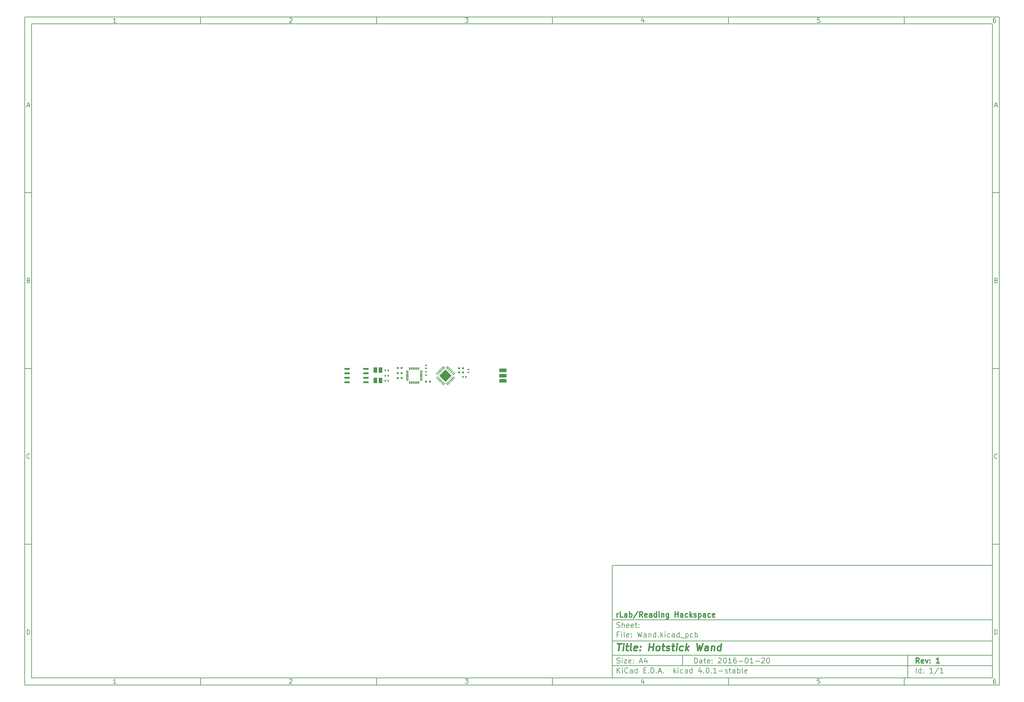
<source format=gbr>
G04 #@! TF.FileFunction,Paste,Top*
%FSLAX46Y46*%
G04 Gerber Fmt 4.6, Leading zero omitted, Abs format (unit mm)*
G04 Created by KiCad (PCBNEW 4.0.1-stable) date 29/01/2016 19:20:18*
%MOMM*%
G01*
G04 APERTURE LIST*
%ADD10C,0.100000*%
%ADD11C,0.150000*%
%ADD12C,0.300000*%
%ADD13C,0.400000*%
%ADD14R,2.000000X1.000000*%
%ADD15R,0.350000X0.800000*%
%ADD16R,0.800000X0.350000*%
%ADD17R,1.550000X0.600000*%
%ADD18R,0.400000X0.600000*%
%ADD19R,0.600000X0.400000*%
%ADD20R,0.600000X0.500000*%
%ADD21R,1.100000X1.500000*%
G04 APERTURE END LIST*
D10*
D11*
X177002200Y-166007200D02*
X177002200Y-198007200D01*
X285002200Y-198007200D01*
X285002200Y-166007200D01*
X177002200Y-166007200D01*
D10*
D11*
X10000000Y-10000000D02*
X10000000Y-200007200D01*
X287002200Y-200007200D01*
X287002200Y-10000000D01*
X10000000Y-10000000D01*
D10*
D11*
X12000000Y-12000000D02*
X12000000Y-198007200D01*
X285002200Y-198007200D01*
X285002200Y-12000000D01*
X12000000Y-12000000D01*
D10*
D11*
X60000000Y-12000000D02*
X60000000Y-10000000D01*
D10*
D11*
X110000000Y-12000000D02*
X110000000Y-10000000D01*
D10*
D11*
X160000000Y-12000000D02*
X160000000Y-10000000D01*
D10*
D11*
X210000000Y-12000000D02*
X210000000Y-10000000D01*
D10*
D11*
X260000000Y-12000000D02*
X260000000Y-10000000D01*
D10*
D11*
X35990476Y-11588095D02*
X35247619Y-11588095D01*
X35619048Y-11588095D02*
X35619048Y-10288095D01*
X35495238Y-10473810D01*
X35371429Y-10597619D01*
X35247619Y-10659524D01*
D10*
D11*
X85247619Y-10411905D02*
X85309524Y-10350000D01*
X85433333Y-10288095D01*
X85742857Y-10288095D01*
X85866667Y-10350000D01*
X85928571Y-10411905D01*
X85990476Y-10535714D01*
X85990476Y-10659524D01*
X85928571Y-10845238D01*
X85185714Y-11588095D01*
X85990476Y-11588095D01*
D10*
D11*
X135185714Y-10288095D02*
X135990476Y-10288095D01*
X135557143Y-10783333D01*
X135742857Y-10783333D01*
X135866667Y-10845238D01*
X135928571Y-10907143D01*
X135990476Y-11030952D01*
X135990476Y-11340476D01*
X135928571Y-11464286D01*
X135866667Y-11526190D01*
X135742857Y-11588095D01*
X135371429Y-11588095D01*
X135247619Y-11526190D01*
X135185714Y-11464286D01*
D10*
D11*
X185866667Y-10721429D02*
X185866667Y-11588095D01*
X185557143Y-10226190D02*
X185247619Y-11154762D01*
X186052381Y-11154762D01*
D10*
D11*
X235928571Y-10288095D02*
X235309524Y-10288095D01*
X235247619Y-10907143D01*
X235309524Y-10845238D01*
X235433333Y-10783333D01*
X235742857Y-10783333D01*
X235866667Y-10845238D01*
X235928571Y-10907143D01*
X235990476Y-11030952D01*
X235990476Y-11340476D01*
X235928571Y-11464286D01*
X235866667Y-11526190D01*
X235742857Y-11588095D01*
X235433333Y-11588095D01*
X235309524Y-11526190D01*
X235247619Y-11464286D01*
D10*
D11*
X285866667Y-10288095D02*
X285619048Y-10288095D01*
X285495238Y-10350000D01*
X285433333Y-10411905D01*
X285309524Y-10597619D01*
X285247619Y-10845238D01*
X285247619Y-11340476D01*
X285309524Y-11464286D01*
X285371429Y-11526190D01*
X285495238Y-11588095D01*
X285742857Y-11588095D01*
X285866667Y-11526190D01*
X285928571Y-11464286D01*
X285990476Y-11340476D01*
X285990476Y-11030952D01*
X285928571Y-10907143D01*
X285866667Y-10845238D01*
X285742857Y-10783333D01*
X285495238Y-10783333D01*
X285371429Y-10845238D01*
X285309524Y-10907143D01*
X285247619Y-11030952D01*
D10*
D11*
X60000000Y-198007200D02*
X60000000Y-200007200D01*
D10*
D11*
X110000000Y-198007200D02*
X110000000Y-200007200D01*
D10*
D11*
X160000000Y-198007200D02*
X160000000Y-200007200D01*
D10*
D11*
X210000000Y-198007200D02*
X210000000Y-200007200D01*
D10*
D11*
X260000000Y-198007200D02*
X260000000Y-200007200D01*
D10*
D11*
X35990476Y-199595295D02*
X35247619Y-199595295D01*
X35619048Y-199595295D02*
X35619048Y-198295295D01*
X35495238Y-198481010D01*
X35371429Y-198604819D01*
X35247619Y-198666724D01*
D10*
D11*
X85247619Y-198419105D02*
X85309524Y-198357200D01*
X85433333Y-198295295D01*
X85742857Y-198295295D01*
X85866667Y-198357200D01*
X85928571Y-198419105D01*
X85990476Y-198542914D01*
X85990476Y-198666724D01*
X85928571Y-198852438D01*
X85185714Y-199595295D01*
X85990476Y-199595295D01*
D10*
D11*
X135185714Y-198295295D02*
X135990476Y-198295295D01*
X135557143Y-198790533D01*
X135742857Y-198790533D01*
X135866667Y-198852438D01*
X135928571Y-198914343D01*
X135990476Y-199038152D01*
X135990476Y-199347676D01*
X135928571Y-199471486D01*
X135866667Y-199533390D01*
X135742857Y-199595295D01*
X135371429Y-199595295D01*
X135247619Y-199533390D01*
X135185714Y-199471486D01*
D10*
D11*
X185866667Y-198728629D02*
X185866667Y-199595295D01*
X185557143Y-198233390D02*
X185247619Y-199161962D01*
X186052381Y-199161962D01*
D10*
D11*
X235928571Y-198295295D02*
X235309524Y-198295295D01*
X235247619Y-198914343D01*
X235309524Y-198852438D01*
X235433333Y-198790533D01*
X235742857Y-198790533D01*
X235866667Y-198852438D01*
X235928571Y-198914343D01*
X235990476Y-199038152D01*
X235990476Y-199347676D01*
X235928571Y-199471486D01*
X235866667Y-199533390D01*
X235742857Y-199595295D01*
X235433333Y-199595295D01*
X235309524Y-199533390D01*
X235247619Y-199471486D01*
D10*
D11*
X285866667Y-198295295D02*
X285619048Y-198295295D01*
X285495238Y-198357200D01*
X285433333Y-198419105D01*
X285309524Y-198604819D01*
X285247619Y-198852438D01*
X285247619Y-199347676D01*
X285309524Y-199471486D01*
X285371429Y-199533390D01*
X285495238Y-199595295D01*
X285742857Y-199595295D01*
X285866667Y-199533390D01*
X285928571Y-199471486D01*
X285990476Y-199347676D01*
X285990476Y-199038152D01*
X285928571Y-198914343D01*
X285866667Y-198852438D01*
X285742857Y-198790533D01*
X285495238Y-198790533D01*
X285371429Y-198852438D01*
X285309524Y-198914343D01*
X285247619Y-199038152D01*
D10*
D11*
X10000000Y-60000000D02*
X12000000Y-60000000D01*
D10*
D11*
X10000000Y-110000000D02*
X12000000Y-110000000D01*
D10*
D11*
X10000000Y-160000000D02*
X12000000Y-160000000D01*
D10*
D11*
X10690476Y-35216667D02*
X11309524Y-35216667D01*
X10566667Y-35588095D02*
X11000000Y-34288095D01*
X11433333Y-35588095D01*
D10*
D11*
X11092857Y-84907143D02*
X11278571Y-84969048D01*
X11340476Y-85030952D01*
X11402381Y-85154762D01*
X11402381Y-85340476D01*
X11340476Y-85464286D01*
X11278571Y-85526190D01*
X11154762Y-85588095D01*
X10659524Y-85588095D01*
X10659524Y-84288095D01*
X11092857Y-84288095D01*
X11216667Y-84350000D01*
X11278571Y-84411905D01*
X11340476Y-84535714D01*
X11340476Y-84659524D01*
X11278571Y-84783333D01*
X11216667Y-84845238D01*
X11092857Y-84907143D01*
X10659524Y-84907143D01*
D10*
D11*
X11402381Y-135464286D02*
X11340476Y-135526190D01*
X11154762Y-135588095D01*
X11030952Y-135588095D01*
X10845238Y-135526190D01*
X10721429Y-135402381D01*
X10659524Y-135278571D01*
X10597619Y-135030952D01*
X10597619Y-134845238D01*
X10659524Y-134597619D01*
X10721429Y-134473810D01*
X10845238Y-134350000D01*
X11030952Y-134288095D01*
X11154762Y-134288095D01*
X11340476Y-134350000D01*
X11402381Y-134411905D01*
D10*
D11*
X10659524Y-185588095D02*
X10659524Y-184288095D01*
X10969048Y-184288095D01*
X11154762Y-184350000D01*
X11278571Y-184473810D01*
X11340476Y-184597619D01*
X11402381Y-184845238D01*
X11402381Y-185030952D01*
X11340476Y-185278571D01*
X11278571Y-185402381D01*
X11154762Y-185526190D01*
X10969048Y-185588095D01*
X10659524Y-185588095D01*
D10*
D11*
X287002200Y-60000000D02*
X285002200Y-60000000D01*
D10*
D11*
X287002200Y-110000000D02*
X285002200Y-110000000D01*
D10*
D11*
X287002200Y-160000000D02*
X285002200Y-160000000D01*
D10*
D11*
X285692676Y-35216667D02*
X286311724Y-35216667D01*
X285568867Y-35588095D02*
X286002200Y-34288095D01*
X286435533Y-35588095D01*
D10*
D11*
X286095057Y-84907143D02*
X286280771Y-84969048D01*
X286342676Y-85030952D01*
X286404581Y-85154762D01*
X286404581Y-85340476D01*
X286342676Y-85464286D01*
X286280771Y-85526190D01*
X286156962Y-85588095D01*
X285661724Y-85588095D01*
X285661724Y-84288095D01*
X286095057Y-84288095D01*
X286218867Y-84350000D01*
X286280771Y-84411905D01*
X286342676Y-84535714D01*
X286342676Y-84659524D01*
X286280771Y-84783333D01*
X286218867Y-84845238D01*
X286095057Y-84907143D01*
X285661724Y-84907143D01*
D10*
D11*
X286404581Y-135464286D02*
X286342676Y-135526190D01*
X286156962Y-135588095D01*
X286033152Y-135588095D01*
X285847438Y-135526190D01*
X285723629Y-135402381D01*
X285661724Y-135278571D01*
X285599819Y-135030952D01*
X285599819Y-134845238D01*
X285661724Y-134597619D01*
X285723629Y-134473810D01*
X285847438Y-134350000D01*
X286033152Y-134288095D01*
X286156962Y-134288095D01*
X286342676Y-134350000D01*
X286404581Y-134411905D01*
D10*
D11*
X285661724Y-185588095D02*
X285661724Y-184288095D01*
X285971248Y-184288095D01*
X286156962Y-184350000D01*
X286280771Y-184473810D01*
X286342676Y-184597619D01*
X286404581Y-184845238D01*
X286404581Y-185030952D01*
X286342676Y-185278571D01*
X286280771Y-185402381D01*
X286156962Y-185526190D01*
X285971248Y-185588095D01*
X285661724Y-185588095D01*
D10*
D11*
X200359343Y-193785771D02*
X200359343Y-192285771D01*
X200716486Y-192285771D01*
X200930771Y-192357200D01*
X201073629Y-192500057D01*
X201145057Y-192642914D01*
X201216486Y-192928629D01*
X201216486Y-193142914D01*
X201145057Y-193428629D01*
X201073629Y-193571486D01*
X200930771Y-193714343D01*
X200716486Y-193785771D01*
X200359343Y-193785771D01*
X202502200Y-193785771D02*
X202502200Y-193000057D01*
X202430771Y-192857200D01*
X202287914Y-192785771D01*
X202002200Y-192785771D01*
X201859343Y-192857200D01*
X202502200Y-193714343D02*
X202359343Y-193785771D01*
X202002200Y-193785771D01*
X201859343Y-193714343D01*
X201787914Y-193571486D01*
X201787914Y-193428629D01*
X201859343Y-193285771D01*
X202002200Y-193214343D01*
X202359343Y-193214343D01*
X202502200Y-193142914D01*
X203002200Y-192785771D02*
X203573629Y-192785771D01*
X203216486Y-192285771D02*
X203216486Y-193571486D01*
X203287914Y-193714343D01*
X203430772Y-193785771D01*
X203573629Y-193785771D01*
X204645057Y-193714343D02*
X204502200Y-193785771D01*
X204216486Y-193785771D01*
X204073629Y-193714343D01*
X204002200Y-193571486D01*
X204002200Y-193000057D01*
X204073629Y-192857200D01*
X204216486Y-192785771D01*
X204502200Y-192785771D01*
X204645057Y-192857200D01*
X204716486Y-193000057D01*
X204716486Y-193142914D01*
X204002200Y-193285771D01*
X205359343Y-193642914D02*
X205430771Y-193714343D01*
X205359343Y-193785771D01*
X205287914Y-193714343D01*
X205359343Y-193642914D01*
X205359343Y-193785771D01*
X205359343Y-192857200D02*
X205430771Y-192928629D01*
X205359343Y-193000057D01*
X205287914Y-192928629D01*
X205359343Y-192857200D01*
X205359343Y-193000057D01*
X207145057Y-192428629D02*
X207216486Y-192357200D01*
X207359343Y-192285771D01*
X207716486Y-192285771D01*
X207859343Y-192357200D01*
X207930772Y-192428629D01*
X208002200Y-192571486D01*
X208002200Y-192714343D01*
X207930772Y-192928629D01*
X207073629Y-193785771D01*
X208002200Y-193785771D01*
X208930771Y-192285771D02*
X209073628Y-192285771D01*
X209216485Y-192357200D01*
X209287914Y-192428629D01*
X209359343Y-192571486D01*
X209430771Y-192857200D01*
X209430771Y-193214343D01*
X209359343Y-193500057D01*
X209287914Y-193642914D01*
X209216485Y-193714343D01*
X209073628Y-193785771D01*
X208930771Y-193785771D01*
X208787914Y-193714343D01*
X208716485Y-193642914D01*
X208645057Y-193500057D01*
X208573628Y-193214343D01*
X208573628Y-192857200D01*
X208645057Y-192571486D01*
X208716485Y-192428629D01*
X208787914Y-192357200D01*
X208930771Y-192285771D01*
X210859342Y-193785771D02*
X210002199Y-193785771D01*
X210430771Y-193785771D02*
X210430771Y-192285771D01*
X210287914Y-192500057D01*
X210145056Y-192642914D01*
X210002199Y-192714343D01*
X212145056Y-192285771D02*
X211859342Y-192285771D01*
X211716485Y-192357200D01*
X211645056Y-192428629D01*
X211502199Y-192642914D01*
X211430770Y-192928629D01*
X211430770Y-193500057D01*
X211502199Y-193642914D01*
X211573627Y-193714343D01*
X211716485Y-193785771D01*
X212002199Y-193785771D01*
X212145056Y-193714343D01*
X212216485Y-193642914D01*
X212287913Y-193500057D01*
X212287913Y-193142914D01*
X212216485Y-193000057D01*
X212145056Y-192928629D01*
X212002199Y-192857200D01*
X211716485Y-192857200D01*
X211573627Y-192928629D01*
X211502199Y-193000057D01*
X211430770Y-193142914D01*
X212930770Y-193214343D02*
X214073627Y-193214343D01*
X215073627Y-192285771D02*
X215216484Y-192285771D01*
X215359341Y-192357200D01*
X215430770Y-192428629D01*
X215502199Y-192571486D01*
X215573627Y-192857200D01*
X215573627Y-193214343D01*
X215502199Y-193500057D01*
X215430770Y-193642914D01*
X215359341Y-193714343D01*
X215216484Y-193785771D01*
X215073627Y-193785771D01*
X214930770Y-193714343D01*
X214859341Y-193642914D01*
X214787913Y-193500057D01*
X214716484Y-193214343D01*
X214716484Y-192857200D01*
X214787913Y-192571486D01*
X214859341Y-192428629D01*
X214930770Y-192357200D01*
X215073627Y-192285771D01*
X217002198Y-193785771D02*
X216145055Y-193785771D01*
X216573627Y-193785771D02*
X216573627Y-192285771D01*
X216430770Y-192500057D01*
X216287912Y-192642914D01*
X216145055Y-192714343D01*
X217645055Y-193214343D02*
X218787912Y-193214343D01*
X219430769Y-192428629D02*
X219502198Y-192357200D01*
X219645055Y-192285771D01*
X220002198Y-192285771D01*
X220145055Y-192357200D01*
X220216484Y-192428629D01*
X220287912Y-192571486D01*
X220287912Y-192714343D01*
X220216484Y-192928629D01*
X219359341Y-193785771D01*
X220287912Y-193785771D01*
X221216483Y-192285771D02*
X221359340Y-192285771D01*
X221502197Y-192357200D01*
X221573626Y-192428629D01*
X221645055Y-192571486D01*
X221716483Y-192857200D01*
X221716483Y-193214343D01*
X221645055Y-193500057D01*
X221573626Y-193642914D01*
X221502197Y-193714343D01*
X221359340Y-193785771D01*
X221216483Y-193785771D01*
X221073626Y-193714343D01*
X221002197Y-193642914D01*
X220930769Y-193500057D01*
X220859340Y-193214343D01*
X220859340Y-192857200D01*
X220930769Y-192571486D01*
X221002197Y-192428629D01*
X221073626Y-192357200D01*
X221216483Y-192285771D01*
D10*
D11*
X177002200Y-194507200D02*
X285002200Y-194507200D01*
D10*
D11*
X178359343Y-196585771D02*
X178359343Y-195085771D01*
X179216486Y-196585771D02*
X178573629Y-195728629D01*
X179216486Y-195085771D02*
X178359343Y-195942914D01*
X179859343Y-196585771D02*
X179859343Y-195585771D01*
X179859343Y-195085771D02*
X179787914Y-195157200D01*
X179859343Y-195228629D01*
X179930771Y-195157200D01*
X179859343Y-195085771D01*
X179859343Y-195228629D01*
X181430772Y-196442914D02*
X181359343Y-196514343D01*
X181145057Y-196585771D01*
X181002200Y-196585771D01*
X180787915Y-196514343D01*
X180645057Y-196371486D01*
X180573629Y-196228629D01*
X180502200Y-195942914D01*
X180502200Y-195728629D01*
X180573629Y-195442914D01*
X180645057Y-195300057D01*
X180787915Y-195157200D01*
X181002200Y-195085771D01*
X181145057Y-195085771D01*
X181359343Y-195157200D01*
X181430772Y-195228629D01*
X182716486Y-196585771D02*
X182716486Y-195800057D01*
X182645057Y-195657200D01*
X182502200Y-195585771D01*
X182216486Y-195585771D01*
X182073629Y-195657200D01*
X182716486Y-196514343D02*
X182573629Y-196585771D01*
X182216486Y-196585771D01*
X182073629Y-196514343D01*
X182002200Y-196371486D01*
X182002200Y-196228629D01*
X182073629Y-196085771D01*
X182216486Y-196014343D01*
X182573629Y-196014343D01*
X182716486Y-195942914D01*
X184073629Y-196585771D02*
X184073629Y-195085771D01*
X184073629Y-196514343D02*
X183930772Y-196585771D01*
X183645058Y-196585771D01*
X183502200Y-196514343D01*
X183430772Y-196442914D01*
X183359343Y-196300057D01*
X183359343Y-195871486D01*
X183430772Y-195728629D01*
X183502200Y-195657200D01*
X183645058Y-195585771D01*
X183930772Y-195585771D01*
X184073629Y-195657200D01*
X185930772Y-195800057D02*
X186430772Y-195800057D01*
X186645058Y-196585771D02*
X185930772Y-196585771D01*
X185930772Y-195085771D01*
X186645058Y-195085771D01*
X187287915Y-196442914D02*
X187359343Y-196514343D01*
X187287915Y-196585771D01*
X187216486Y-196514343D01*
X187287915Y-196442914D01*
X187287915Y-196585771D01*
X188002201Y-196585771D02*
X188002201Y-195085771D01*
X188359344Y-195085771D01*
X188573629Y-195157200D01*
X188716487Y-195300057D01*
X188787915Y-195442914D01*
X188859344Y-195728629D01*
X188859344Y-195942914D01*
X188787915Y-196228629D01*
X188716487Y-196371486D01*
X188573629Y-196514343D01*
X188359344Y-196585771D01*
X188002201Y-196585771D01*
X189502201Y-196442914D02*
X189573629Y-196514343D01*
X189502201Y-196585771D01*
X189430772Y-196514343D01*
X189502201Y-196442914D01*
X189502201Y-196585771D01*
X190145058Y-196157200D02*
X190859344Y-196157200D01*
X190002201Y-196585771D02*
X190502201Y-195085771D01*
X191002201Y-196585771D01*
X191502201Y-196442914D02*
X191573629Y-196514343D01*
X191502201Y-196585771D01*
X191430772Y-196514343D01*
X191502201Y-196442914D01*
X191502201Y-196585771D01*
X194502201Y-196585771D02*
X194502201Y-195085771D01*
X194645058Y-196014343D02*
X195073629Y-196585771D01*
X195073629Y-195585771D02*
X194502201Y-196157200D01*
X195716487Y-196585771D02*
X195716487Y-195585771D01*
X195716487Y-195085771D02*
X195645058Y-195157200D01*
X195716487Y-195228629D01*
X195787915Y-195157200D01*
X195716487Y-195085771D01*
X195716487Y-195228629D01*
X197073630Y-196514343D02*
X196930773Y-196585771D01*
X196645059Y-196585771D01*
X196502201Y-196514343D01*
X196430773Y-196442914D01*
X196359344Y-196300057D01*
X196359344Y-195871486D01*
X196430773Y-195728629D01*
X196502201Y-195657200D01*
X196645059Y-195585771D01*
X196930773Y-195585771D01*
X197073630Y-195657200D01*
X198359344Y-196585771D02*
X198359344Y-195800057D01*
X198287915Y-195657200D01*
X198145058Y-195585771D01*
X197859344Y-195585771D01*
X197716487Y-195657200D01*
X198359344Y-196514343D02*
X198216487Y-196585771D01*
X197859344Y-196585771D01*
X197716487Y-196514343D01*
X197645058Y-196371486D01*
X197645058Y-196228629D01*
X197716487Y-196085771D01*
X197859344Y-196014343D01*
X198216487Y-196014343D01*
X198359344Y-195942914D01*
X199716487Y-196585771D02*
X199716487Y-195085771D01*
X199716487Y-196514343D02*
X199573630Y-196585771D01*
X199287916Y-196585771D01*
X199145058Y-196514343D01*
X199073630Y-196442914D01*
X199002201Y-196300057D01*
X199002201Y-195871486D01*
X199073630Y-195728629D01*
X199145058Y-195657200D01*
X199287916Y-195585771D01*
X199573630Y-195585771D01*
X199716487Y-195657200D01*
X202216487Y-195585771D02*
X202216487Y-196585771D01*
X201859344Y-195014343D02*
X201502201Y-196085771D01*
X202430773Y-196085771D01*
X203002201Y-196442914D02*
X203073629Y-196514343D01*
X203002201Y-196585771D01*
X202930772Y-196514343D01*
X203002201Y-196442914D01*
X203002201Y-196585771D01*
X204002201Y-195085771D02*
X204145058Y-195085771D01*
X204287915Y-195157200D01*
X204359344Y-195228629D01*
X204430773Y-195371486D01*
X204502201Y-195657200D01*
X204502201Y-196014343D01*
X204430773Y-196300057D01*
X204359344Y-196442914D01*
X204287915Y-196514343D01*
X204145058Y-196585771D01*
X204002201Y-196585771D01*
X203859344Y-196514343D01*
X203787915Y-196442914D01*
X203716487Y-196300057D01*
X203645058Y-196014343D01*
X203645058Y-195657200D01*
X203716487Y-195371486D01*
X203787915Y-195228629D01*
X203859344Y-195157200D01*
X204002201Y-195085771D01*
X205145058Y-196442914D02*
X205216486Y-196514343D01*
X205145058Y-196585771D01*
X205073629Y-196514343D01*
X205145058Y-196442914D01*
X205145058Y-196585771D01*
X206645058Y-196585771D02*
X205787915Y-196585771D01*
X206216487Y-196585771D02*
X206216487Y-195085771D01*
X206073630Y-195300057D01*
X205930772Y-195442914D01*
X205787915Y-195514343D01*
X207287915Y-196014343D02*
X208430772Y-196014343D01*
X209073629Y-196514343D02*
X209216486Y-196585771D01*
X209502201Y-196585771D01*
X209645058Y-196514343D01*
X209716486Y-196371486D01*
X209716486Y-196300057D01*
X209645058Y-196157200D01*
X209502201Y-196085771D01*
X209287915Y-196085771D01*
X209145058Y-196014343D01*
X209073629Y-195871486D01*
X209073629Y-195800057D01*
X209145058Y-195657200D01*
X209287915Y-195585771D01*
X209502201Y-195585771D01*
X209645058Y-195657200D01*
X210145058Y-195585771D02*
X210716487Y-195585771D01*
X210359344Y-195085771D02*
X210359344Y-196371486D01*
X210430772Y-196514343D01*
X210573630Y-196585771D01*
X210716487Y-196585771D01*
X211859344Y-196585771D02*
X211859344Y-195800057D01*
X211787915Y-195657200D01*
X211645058Y-195585771D01*
X211359344Y-195585771D01*
X211216487Y-195657200D01*
X211859344Y-196514343D02*
X211716487Y-196585771D01*
X211359344Y-196585771D01*
X211216487Y-196514343D01*
X211145058Y-196371486D01*
X211145058Y-196228629D01*
X211216487Y-196085771D01*
X211359344Y-196014343D01*
X211716487Y-196014343D01*
X211859344Y-195942914D01*
X212573630Y-196585771D02*
X212573630Y-195085771D01*
X212573630Y-195657200D02*
X212716487Y-195585771D01*
X213002201Y-195585771D01*
X213145058Y-195657200D01*
X213216487Y-195728629D01*
X213287916Y-195871486D01*
X213287916Y-196300057D01*
X213216487Y-196442914D01*
X213145058Y-196514343D01*
X213002201Y-196585771D01*
X212716487Y-196585771D01*
X212573630Y-196514343D01*
X214145059Y-196585771D02*
X214002201Y-196514343D01*
X213930773Y-196371486D01*
X213930773Y-195085771D01*
X215287915Y-196514343D02*
X215145058Y-196585771D01*
X214859344Y-196585771D01*
X214716487Y-196514343D01*
X214645058Y-196371486D01*
X214645058Y-195800057D01*
X214716487Y-195657200D01*
X214859344Y-195585771D01*
X215145058Y-195585771D01*
X215287915Y-195657200D01*
X215359344Y-195800057D01*
X215359344Y-195942914D01*
X214645058Y-196085771D01*
D10*
D11*
X177002200Y-191507200D02*
X285002200Y-191507200D01*
D10*
D12*
X264216486Y-193785771D02*
X263716486Y-193071486D01*
X263359343Y-193785771D02*
X263359343Y-192285771D01*
X263930771Y-192285771D01*
X264073629Y-192357200D01*
X264145057Y-192428629D01*
X264216486Y-192571486D01*
X264216486Y-192785771D01*
X264145057Y-192928629D01*
X264073629Y-193000057D01*
X263930771Y-193071486D01*
X263359343Y-193071486D01*
X265430771Y-193714343D02*
X265287914Y-193785771D01*
X265002200Y-193785771D01*
X264859343Y-193714343D01*
X264787914Y-193571486D01*
X264787914Y-193000057D01*
X264859343Y-192857200D01*
X265002200Y-192785771D01*
X265287914Y-192785771D01*
X265430771Y-192857200D01*
X265502200Y-193000057D01*
X265502200Y-193142914D01*
X264787914Y-193285771D01*
X266002200Y-192785771D02*
X266359343Y-193785771D01*
X266716485Y-192785771D01*
X267287914Y-193642914D02*
X267359342Y-193714343D01*
X267287914Y-193785771D01*
X267216485Y-193714343D01*
X267287914Y-193642914D01*
X267287914Y-193785771D01*
X267287914Y-192857200D02*
X267359342Y-192928629D01*
X267287914Y-193000057D01*
X267216485Y-192928629D01*
X267287914Y-192857200D01*
X267287914Y-193000057D01*
X269930771Y-193785771D02*
X269073628Y-193785771D01*
X269502200Y-193785771D02*
X269502200Y-192285771D01*
X269359343Y-192500057D01*
X269216485Y-192642914D01*
X269073628Y-192714343D01*
D10*
D11*
X178287914Y-193714343D02*
X178502200Y-193785771D01*
X178859343Y-193785771D01*
X179002200Y-193714343D01*
X179073629Y-193642914D01*
X179145057Y-193500057D01*
X179145057Y-193357200D01*
X179073629Y-193214343D01*
X179002200Y-193142914D01*
X178859343Y-193071486D01*
X178573629Y-193000057D01*
X178430771Y-192928629D01*
X178359343Y-192857200D01*
X178287914Y-192714343D01*
X178287914Y-192571486D01*
X178359343Y-192428629D01*
X178430771Y-192357200D01*
X178573629Y-192285771D01*
X178930771Y-192285771D01*
X179145057Y-192357200D01*
X179787914Y-193785771D02*
X179787914Y-192785771D01*
X179787914Y-192285771D02*
X179716485Y-192357200D01*
X179787914Y-192428629D01*
X179859342Y-192357200D01*
X179787914Y-192285771D01*
X179787914Y-192428629D01*
X180359343Y-192785771D02*
X181145057Y-192785771D01*
X180359343Y-193785771D01*
X181145057Y-193785771D01*
X182287914Y-193714343D02*
X182145057Y-193785771D01*
X181859343Y-193785771D01*
X181716486Y-193714343D01*
X181645057Y-193571486D01*
X181645057Y-193000057D01*
X181716486Y-192857200D01*
X181859343Y-192785771D01*
X182145057Y-192785771D01*
X182287914Y-192857200D01*
X182359343Y-193000057D01*
X182359343Y-193142914D01*
X181645057Y-193285771D01*
X183002200Y-193642914D02*
X183073628Y-193714343D01*
X183002200Y-193785771D01*
X182930771Y-193714343D01*
X183002200Y-193642914D01*
X183002200Y-193785771D01*
X183002200Y-192857200D02*
X183073628Y-192928629D01*
X183002200Y-193000057D01*
X182930771Y-192928629D01*
X183002200Y-192857200D01*
X183002200Y-193000057D01*
X184787914Y-193357200D02*
X185502200Y-193357200D01*
X184645057Y-193785771D02*
X185145057Y-192285771D01*
X185645057Y-193785771D01*
X186787914Y-192785771D02*
X186787914Y-193785771D01*
X186430771Y-192214343D02*
X186073628Y-193285771D01*
X187002200Y-193285771D01*
D10*
D11*
X263359343Y-196585771D02*
X263359343Y-195085771D01*
X264716486Y-196585771D02*
X264716486Y-195085771D01*
X264716486Y-196514343D02*
X264573629Y-196585771D01*
X264287915Y-196585771D01*
X264145057Y-196514343D01*
X264073629Y-196442914D01*
X264002200Y-196300057D01*
X264002200Y-195871486D01*
X264073629Y-195728629D01*
X264145057Y-195657200D01*
X264287915Y-195585771D01*
X264573629Y-195585771D01*
X264716486Y-195657200D01*
X265430772Y-196442914D02*
X265502200Y-196514343D01*
X265430772Y-196585771D01*
X265359343Y-196514343D01*
X265430772Y-196442914D01*
X265430772Y-196585771D01*
X265430772Y-195657200D02*
X265502200Y-195728629D01*
X265430772Y-195800057D01*
X265359343Y-195728629D01*
X265430772Y-195657200D01*
X265430772Y-195800057D01*
X268073629Y-196585771D02*
X267216486Y-196585771D01*
X267645058Y-196585771D02*
X267645058Y-195085771D01*
X267502201Y-195300057D01*
X267359343Y-195442914D01*
X267216486Y-195514343D01*
X269787914Y-195014343D02*
X268502200Y-196942914D01*
X271073629Y-196585771D02*
X270216486Y-196585771D01*
X270645058Y-196585771D02*
X270645058Y-195085771D01*
X270502201Y-195300057D01*
X270359343Y-195442914D01*
X270216486Y-195514343D01*
D10*
D11*
X177002200Y-187507200D02*
X285002200Y-187507200D01*
D10*
D13*
X178454581Y-188211962D02*
X179597438Y-188211962D01*
X178776010Y-190211962D02*
X179026010Y-188211962D01*
X180014105Y-190211962D02*
X180180771Y-188878629D01*
X180264105Y-188211962D02*
X180156962Y-188307200D01*
X180240295Y-188402438D01*
X180347439Y-188307200D01*
X180264105Y-188211962D01*
X180240295Y-188402438D01*
X180847438Y-188878629D02*
X181609343Y-188878629D01*
X181216486Y-188211962D02*
X181002200Y-189926248D01*
X181073630Y-190116724D01*
X181252201Y-190211962D01*
X181442677Y-190211962D01*
X182395058Y-190211962D02*
X182216487Y-190116724D01*
X182145057Y-189926248D01*
X182359343Y-188211962D01*
X183930772Y-190116724D02*
X183728391Y-190211962D01*
X183347439Y-190211962D01*
X183168867Y-190116724D01*
X183097438Y-189926248D01*
X183192676Y-189164343D01*
X183311724Y-188973867D01*
X183514105Y-188878629D01*
X183895057Y-188878629D01*
X184073629Y-188973867D01*
X184145057Y-189164343D01*
X184121248Y-189354819D01*
X183145057Y-189545295D01*
X184895057Y-190021486D02*
X184978392Y-190116724D01*
X184871248Y-190211962D01*
X184787915Y-190116724D01*
X184895057Y-190021486D01*
X184871248Y-190211962D01*
X185026010Y-188973867D02*
X185109344Y-189069105D01*
X185002200Y-189164343D01*
X184918867Y-189069105D01*
X185026010Y-188973867D01*
X185002200Y-189164343D01*
X187347439Y-190211962D02*
X187597439Y-188211962D01*
X187478391Y-189164343D02*
X188621249Y-189164343D01*
X188490297Y-190211962D02*
X188740297Y-188211962D01*
X189728392Y-190211962D02*
X189549821Y-190116724D01*
X189466486Y-190021486D01*
X189395058Y-189831010D01*
X189466486Y-189259581D01*
X189585534Y-189069105D01*
X189692678Y-188973867D01*
X189895058Y-188878629D01*
X190180772Y-188878629D01*
X190359344Y-188973867D01*
X190442677Y-189069105D01*
X190514105Y-189259581D01*
X190442677Y-189831010D01*
X190323629Y-190021486D01*
X190216487Y-190116724D01*
X190014106Y-190211962D01*
X189728392Y-190211962D01*
X191133153Y-188878629D02*
X191895058Y-188878629D01*
X191502201Y-188211962D02*
X191287915Y-189926248D01*
X191359345Y-190116724D01*
X191537916Y-190211962D01*
X191728392Y-190211962D01*
X192311725Y-190116724D02*
X192490297Y-190211962D01*
X192871249Y-190211962D01*
X193073630Y-190116724D01*
X193192677Y-189926248D01*
X193204582Y-189831010D01*
X193133153Y-189640533D01*
X192954582Y-189545295D01*
X192668868Y-189545295D01*
X192490296Y-189450057D01*
X192418867Y-189259581D01*
X192430772Y-189164343D01*
X192549820Y-188973867D01*
X192752201Y-188878629D01*
X193037915Y-188878629D01*
X193216487Y-188973867D01*
X193895058Y-188878629D02*
X194656963Y-188878629D01*
X194264106Y-188211962D02*
X194049820Y-189926248D01*
X194121250Y-190116724D01*
X194299821Y-190211962D01*
X194490297Y-190211962D01*
X195156963Y-190211962D02*
X195323629Y-188878629D01*
X195406963Y-188211962D02*
X195299820Y-188307200D01*
X195383153Y-188402438D01*
X195490297Y-188307200D01*
X195406963Y-188211962D01*
X195383153Y-188402438D01*
X196978392Y-190116724D02*
X196776011Y-190211962D01*
X196395059Y-190211962D01*
X196216488Y-190116724D01*
X196133153Y-190021486D01*
X196061725Y-189831010D01*
X196133153Y-189259581D01*
X196252201Y-189069105D01*
X196359345Y-188973867D01*
X196561725Y-188878629D01*
X196942677Y-188878629D01*
X197121249Y-188973867D01*
X197823630Y-190211962D02*
X198073630Y-188211962D01*
X198109345Y-189450057D02*
X198585535Y-190211962D01*
X198752201Y-188878629D02*
X197895058Y-189640533D01*
X201026012Y-188211962D02*
X201252203Y-190211962D01*
X201811726Y-188783390D01*
X202014108Y-190211962D01*
X202740298Y-188211962D01*
X204109345Y-190211962D02*
X204240297Y-189164343D01*
X204168869Y-188973867D01*
X203990297Y-188878629D01*
X203609345Y-188878629D01*
X203406964Y-188973867D01*
X204121250Y-190116724D02*
X203918869Y-190211962D01*
X203442679Y-190211962D01*
X203264107Y-190116724D01*
X203192678Y-189926248D01*
X203216488Y-189735771D01*
X203335535Y-189545295D01*
X203537917Y-189450057D01*
X204014107Y-189450057D01*
X204216488Y-189354819D01*
X205228392Y-188878629D02*
X205061726Y-190211962D01*
X205204583Y-189069105D02*
X205311727Y-188973867D01*
X205514107Y-188878629D01*
X205799821Y-188878629D01*
X205978393Y-188973867D01*
X206049821Y-189164343D01*
X205918869Y-190211962D01*
X207728393Y-190211962D02*
X207978393Y-188211962D01*
X207740298Y-190116724D02*
X207537917Y-190211962D01*
X207156965Y-190211962D01*
X206978394Y-190116724D01*
X206895059Y-190021486D01*
X206823631Y-189831010D01*
X206895059Y-189259581D01*
X207014107Y-189069105D01*
X207121251Y-188973867D01*
X207323631Y-188878629D01*
X207704583Y-188878629D01*
X207883155Y-188973867D01*
D10*
D11*
X178859343Y-185600057D02*
X178359343Y-185600057D01*
X178359343Y-186385771D02*
X178359343Y-184885771D01*
X179073629Y-184885771D01*
X179645057Y-186385771D02*
X179645057Y-185385771D01*
X179645057Y-184885771D02*
X179573628Y-184957200D01*
X179645057Y-185028629D01*
X179716485Y-184957200D01*
X179645057Y-184885771D01*
X179645057Y-185028629D01*
X180573629Y-186385771D02*
X180430771Y-186314343D01*
X180359343Y-186171486D01*
X180359343Y-184885771D01*
X181716485Y-186314343D02*
X181573628Y-186385771D01*
X181287914Y-186385771D01*
X181145057Y-186314343D01*
X181073628Y-186171486D01*
X181073628Y-185600057D01*
X181145057Y-185457200D01*
X181287914Y-185385771D01*
X181573628Y-185385771D01*
X181716485Y-185457200D01*
X181787914Y-185600057D01*
X181787914Y-185742914D01*
X181073628Y-185885771D01*
X182430771Y-186242914D02*
X182502199Y-186314343D01*
X182430771Y-186385771D01*
X182359342Y-186314343D01*
X182430771Y-186242914D01*
X182430771Y-186385771D01*
X182430771Y-185457200D02*
X182502199Y-185528629D01*
X182430771Y-185600057D01*
X182359342Y-185528629D01*
X182430771Y-185457200D01*
X182430771Y-185600057D01*
X184145057Y-184885771D02*
X184502200Y-186385771D01*
X184787914Y-185314343D01*
X185073628Y-186385771D01*
X185430771Y-184885771D01*
X186645057Y-186385771D02*
X186645057Y-185600057D01*
X186573628Y-185457200D01*
X186430771Y-185385771D01*
X186145057Y-185385771D01*
X186002200Y-185457200D01*
X186645057Y-186314343D02*
X186502200Y-186385771D01*
X186145057Y-186385771D01*
X186002200Y-186314343D01*
X185930771Y-186171486D01*
X185930771Y-186028629D01*
X186002200Y-185885771D01*
X186145057Y-185814343D01*
X186502200Y-185814343D01*
X186645057Y-185742914D01*
X187359343Y-185385771D02*
X187359343Y-186385771D01*
X187359343Y-185528629D02*
X187430771Y-185457200D01*
X187573629Y-185385771D01*
X187787914Y-185385771D01*
X187930771Y-185457200D01*
X188002200Y-185600057D01*
X188002200Y-186385771D01*
X189359343Y-186385771D02*
X189359343Y-184885771D01*
X189359343Y-186314343D02*
X189216486Y-186385771D01*
X188930772Y-186385771D01*
X188787914Y-186314343D01*
X188716486Y-186242914D01*
X188645057Y-186100057D01*
X188645057Y-185671486D01*
X188716486Y-185528629D01*
X188787914Y-185457200D01*
X188930772Y-185385771D01*
X189216486Y-185385771D01*
X189359343Y-185457200D01*
X190073629Y-186242914D02*
X190145057Y-186314343D01*
X190073629Y-186385771D01*
X190002200Y-186314343D01*
X190073629Y-186242914D01*
X190073629Y-186385771D01*
X190787915Y-186385771D02*
X190787915Y-184885771D01*
X190930772Y-185814343D02*
X191359343Y-186385771D01*
X191359343Y-185385771D02*
X190787915Y-185957200D01*
X192002201Y-186385771D02*
X192002201Y-185385771D01*
X192002201Y-184885771D02*
X191930772Y-184957200D01*
X192002201Y-185028629D01*
X192073629Y-184957200D01*
X192002201Y-184885771D01*
X192002201Y-185028629D01*
X193359344Y-186314343D02*
X193216487Y-186385771D01*
X192930773Y-186385771D01*
X192787915Y-186314343D01*
X192716487Y-186242914D01*
X192645058Y-186100057D01*
X192645058Y-185671486D01*
X192716487Y-185528629D01*
X192787915Y-185457200D01*
X192930773Y-185385771D01*
X193216487Y-185385771D01*
X193359344Y-185457200D01*
X194645058Y-186385771D02*
X194645058Y-185600057D01*
X194573629Y-185457200D01*
X194430772Y-185385771D01*
X194145058Y-185385771D01*
X194002201Y-185457200D01*
X194645058Y-186314343D02*
X194502201Y-186385771D01*
X194145058Y-186385771D01*
X194002201Y-186314343D01*
X193930772Y-186171486D01*
X193930772Y-186028629D01*
X194002201Y-185885771D01*
X194145058Y-185814343D01*
X194502201Y-185814343D01*
X194645058Y-185742914D01*
X196002201Y-186385771D02*
X196002201Y-184885771D01*
X196002201Y-186314343D02*
X195859344Y-186385771D01*
X195573630Y-186385771D01*
X195430772Y-186314343D01*
X195359344Y-186242914D01*
X195287915Y-186100057D01*
X195287915Y-185671486D01*
X195359344Y-185528629D01*
X195430772Y-185457200D01*
X195573630Y-185385771D01*
X195859344Y-185385771D01*
X196002201Y-185457200D01*
X196359344Y-186528629D02*
X197502201Y-186528629D01*
X197859344Y-185385771D02*
X197859344Y-186885771D01*
X197859344Y-185457200D02*
X198002201Y-185385771D01*
X198287915Y-185385771D01*
X198430772Y-185457200D01*
X198502201Y-185528629D01*
X198573630Y-185671486D01*
X198573630Y-186100057D01*
X198502201Y-186242914D01*
X198430772Y-186314343D01*
X198287915Y-186385771D01*
X198002201Y-186385771D01*
X197859344Y-186314343D01*
X199859344Y-186314343D02*
X199716487Y-186385771D01*
X199430773Y-186385771D01*
X199287915Y-186314343D01*
X199216487Y-186242914D01*
X199145058Y-186100057D01*
X199145058Y-185671486D01*
X199216487Y-185528629D01*
X199287915Y-185457200D01*
X199430773Y-185385771D01*
X199716487Y-185385771D01*
X199859344Y-185457200D01*
X200502201Y-186385771D02*
X200502201Y-184885771D01*
X200502201Y-185457200D02*
X200645058Y-185385771D01*
X200930772Y-185385771D01*
X201073629Y-185457200D01*
X201145058Y-185528629D01*
X201216487Y-185671486D01*
X201216487Y-186100057D01*
X201145058Y-186242914D01*
X201073629Y-186314343D01*
X200930772Y-186385771D01*
X200645058Y-186385771D01*
X200502201Y-186314343D01*
D10*
D11*
X177002200Y-181507200D02*
X285002200Y-181507200D01*
D10*
D11*
X178287914Y-183614343D02*
X178502200Y-183685771D01*
X178859343Y-183685771D01*
X179002200Y-183614343D01*
X179073629Y-183542914D01*
X179145057Y-183400057D01*
X179145057Y-183257200D01*
X179073629Y-183114343D01*
X179002200Y-183042914D01*
X178859343Y-182971486D01*
X178573629Y-182900057D01*
X178430771Y-182828629D01*
X178359343Y-182757200D01*
X178287914Y-182614343D01*
X178287914Y-182471486D01*
X178359343Y-182328629D01*
X178430771Y-182257200D01*
X178573629Y-182185771D01*
X178930771Y-182185771D01*
X179145057Y-182257200D01*
X179787914Y-183685771D02*
X179787914Y-182185771D01*
X180430771Y-183685771D02*
X180430771Y-182900057D01*
X180359342Y-182757200D01*
X180216485Y-182685771D01*
X180002200Y-182685771D01*
X179859342Y-182757200D01*
X179787914Y-182828629D01*
X181716485Y-183614343D02*
X181573628Y-183685771D01*
X181287914Y-183685771D01*
X181145057Y-183614343D01*
X181073628Y-183471486D01*
X181073628Y-182900057D01*
X181145057Y-182757200D01*
X181287914Y-182685771D01*
X181573628Y-182685771D01*
X181716485Y-182757200D01*
X181787914Y-182900057D01*
X181787914Y-183042914D01*
X181073628Y-183185771D01*
X183002199Y-183614343D02*
X182859342Y-183685771D01*
X182573628Y-183685771D01*
X182430771Y-183614343D01*
X182359342Y-183471486D01*
X182359342Y-182900057D01*
X182430771Y-182757200D01*
X182573628Y-182685771D01*
X182859342Y-182685771D01*
X183002199Y-182757200D01*
X183073628Y-182900057D01*
X183073628Y-183042914D01*
X182359342Y-183185771D01*
X183502199Y-182685771D02*
X184073628Y-182685771D01*
X183716485Y-182185771D02*
X183716485Y-183471486D01*
X183787913Y-183614343D01*
X183930771Y-183685771D01*
X184073628Y-183685771D01*
X184573628Y-183542914D02*
X184645056Y-183614343D01*
X184573628Y-183685771D01*
X184502199Y-183614343D01*
X184573628Y-183542914D01*
X184573628Y-183685771D01*
X184573628Y-182757200D02*
X184645056Y-182828629D01*
X184573628Y-182900057D01*
X184502199Y-182828629D01*
X184573628Y-182757200D01*
X184573628Y-182900057D01*
D10*
D12*
X178359343Y-180685771D02*
X178359343Y-179685771D01*
X178359343Y-179971486D02*
X178430771Y-179828629D01*
X178502200Y-179757200D01*
X178645057Y-179685771D01*
X178787914Y-179685771D01*
X180002200Y-180685771D02*
X179287914Y-180685771D01*
X179287914Y-179185771D01*
X181145057Y-180685771D02*
X181145057Y-179900057D01*
X181073628Y-179757200D01*
X180930771Y-179685771D01*
X180645057Y-179685771D01*
X180502200Y-179757200D01*
X181145057Y-180614343D02*
X181002200Y-180685771D01*
X180645057Y-180685771D01*
X180502200Y-180614343D01*
X180430771Y-180471486D01*
X180430771Y-180328629D01*
X180502200Y-180185771D01*
X180645057Y-180114343D01*
X181002200Y-180114343D01*
X181145057Y-180042914D01*
X181859343Y-180685771D02*
X181859343Y-179185771D01*
X181859343Y-179757200D02*
X182002200Y-179685771D01*
X182287914Y-179685771D01*
X182430771Y-179757200D01*
X182502200Y-179828629D01*
X182573629Y-179971486D01*
X182573629Y-180400057D01*
X182502200Y-180542914D01*
X182430771Y-180614343D01*
X182287914Y-180685771D01*
X182002200Y-180685771D01*
X181859343Y-180614343D01*
X184287914Y-179114343D02*
X183002200Y-181042914D01*
X185645058Y-180685771D02*
X185145058Y-179971486D01*
X184787915Y-180685771D02*
X184787915Y-179185771D01*
X185359343Y-179185771D01*
X185502201Y-179257200D01*
X185573629Y-179328629D01*
X185645058Y-179471486D01*
X185645058Y-179685771D01*
X185573629Y-179828629D01*
X185502201Y-179900057D01*
X185359343Y-179971486D01*
X184787915Y-179971486D01*
X186859343Y-180614343D02*
X186716486Y-180685771D01*
X186430772Y-180685771D01*
X186287915Y-180614343D01*
X186216486Y-180471486D01*
X186216486Y-179900057D01*
X186287915Y-179757200D01*
X186430772Y-179685771D01*
X186716486Y-179685771D01*
X186859343Y-179757200D01*
X186930772Y-179900057D01*
X186930772Y-180042914D01*
X186216486Y-180185771D01*
X188216486Y-180685771D02*
X188216486Y-179900057D01*
X188145057Y-179757200D01*
X188002200Y-179685771D01*
X187716486Y-179685771D01*
X187573629Y-179757200D01*
X188216486Y-180614343D02*
X188073629Y-180685771D01*
X187716486Y-180685771D01*
X187573629Y-180614343D01*
X187502200Y-180471486D01*
X187502200Y-180328629D01*
X187573629Y-180185771D01*
X187716486Y-180114343D01*
X188073629Y-180114343D01*
X188216486Y-180042914D01*
X189573629Y-180685771D02*
X189573629Y-179185771D01*
X189573629Y-180614343D02*
X189430772Y-180685771D01*
X189145058Y-180685771D01*
X189002200Y-180614343D01*
X188930772Y-180542914D01*
X188859343Y-180400057D01*
X188859343Y-179971486D01*
X188930772Y-179828629D01*
X189002200Y-179757200D01*
X189145058Y-179685771D01*
X189430772Y-179685771D01*
X189573629Y-179757200D01*
X190287915Y-180685771D02*
X190287915Y-179685771D01*
X190287915Y-179185771D02*
X190216486Y-179257200D01*
X190287915Y-179328629D01*
X190359343Y-179257200D01*
X190287915Y-179185771D01*
X190287915Y-179328629D01*
X191002201Y-179685771D02*
X191002201Y-180685771D01*
X191002201Y-179828629D02*
X191073629Y-179757200D01*
X191216487Y-179685771D01*
X191430772Y-179685771D01*
X191573629Y-179757200D01*
X191645058Y-179900057D01*
X191645058Y-180685771D01*
X193002201Y-179685771D02*
X193002201Y-180900057D01*
X192930772Y-181042914D01*
X192859344Y-181114343D01*
X192716487Y-181185771D01*
X192502201Y-181185771D01*
X192359344Y-181114343D01*
X193002201Y-180614343D02*
X192859344Y-180685771D01*
X192573630Y-180685771D01*
X192430772Y-180614343D01*
X192359344Y-180542914D01*
X192287915Y-180400057D01*
X192287915Y-179971486D01*
X192359344Y-179828629D01*
X192430772Y-179757200D01*
X192573630Y-179685771D01*
X192859344Y-179685771D01*
X193002201Y-179757200D01*
X194859344Y-180685771D02*
X194859344Y-179185771D01*
X194859344Y-179900057D02*
X195716487Y-179900057D01*
X195716487Y-180685771D02*
X195716487Y-179185771D01*
X197073630Y-180685771D02*
X197073630Y-179900057D01*
X197002201Y-179757200D01*
X196859344Y-179685771D01*
X196573630Y-179685771D01*
X196430773Y-179757200D01*
X197073630Y-180614343D02*
X196930773Y-180685771D01*
X196573630Y-180685771D01*
X196430773Y-180614343D01*
X196359344Y-180471486D01*
X196359344Y-180328629D01*
X196430773Y-180185771D01*
X196573630Y-180114343D01*
X196930773Y-180114343D01*
X197073630Y-180042914D01*
X198430773Y-180614343D02*
X198287916Y-180685771D01*
X198002202Y-180685771D01*
X197859344Y-180614343D01*
X197787916Y-180542914D01*
X197716487Y-180400057D01*
X197716487Y-179971486D01*
X197787916Y-179828629D01*
X197859344Y-179757200D01*
X198002202Y-179685771D01*
X198287916Y-179685771D01*
X198430773Y-179757200D01*
X199073630Y-180685771D02*
X199073630Y-179185771D01*
X199216487Y-180114343D02*
X199645058Y-180685771D01*
X199645058Y-179685771D02*
X199073630Y-180257200D01*
X200216487Y-180614343D02*
X200359344Y-180685771D01*
X200645059Y-180685771D01*
X200787916Y-180614343D01*
X200859344Y-180471486D01*
X200859344Y-180400057D01*
X200787916Y-180257200D01*
X200645059Y-180185771D01*
X200430773Y-180185771D01*
X200287916Y-180114343D01*
X200216487Y-179971486D01*
X200216487Y-179900057D01*
X200287916Y-179757200D01*
X200430773Y-179685771D01*
X200645059Y-179685771D01*
X200787916Y-179757200D01*
X201502202Y-179685771D02*
X201502202Y-181185771D01*
X201502202Y-179757200D02*
X201645059Y-179685771D01*
X201930773Y-179685771D01*
X202073630Y-179757200D01*
X202145059Y-179828629D01*
X202216488Y-179971486D01*
X202216488Y-180400057D01*
X202145059Y-180542914D01*
X202073630Y-180614343D01*
X201930773Y-180685771D01*
X201645059Y-180685771D01*
X201502202Y-180614343D01*
X203502202Y-180685771D02*
X203502202Y-179900057D01*
X203430773Y-179757200D01*
X203287916Y-179685771D01*
X203002202Y-179685771D01*
X202859345Y-179757200D01*
X203502202Y-180614343D02*
X203359345Y-180685771D01*
X203002202Y-180685771D01*
X202859345Y-180614343D01*
X202787916Y-180471486D01*
X202787916Y-180328629D01*
X202859345Y-180185771D01*
X203002202Y-180114343D01*
X203359345Y-180114343D01*
X203502202Y-180042914D01*
X204859345Y-180614343D02*
X204716488Y-180685771D01*
X204430774Y-180685771D01*
X204287916Y-180614343D01*
X204216488Y-180542914D01*
X204145059Y-180400057D01*
X204145059Y-179971486D01*
X204216488Y-179828629D01*
X204287916Y-179757200D01*
X204430774Y-179685771D01*
X204716488Y-179685771D01*
X204859345Y-179757200D01*
X206073630Y-180614343D02*
X205930773Y-180685771D01*
X205645059Y-180685771D01*
X205502202Y-180614343D01*
X205430773Y-180471486D01*
X205430773Y-179900057D01*
X205502202Y-179757200D01*
X205645059Y-179685771D01*
X205930773Y-179685771D01*
X206073630Y-179757200D01*
X206145059Y-179900057D01*
X206145059Y-180042914D01*
X205430773Y-180185771D01*
D10*
D11*
X197002200Y-191507200D02*
X197002200Y-194507200D01*
D10*
D11*
X261002200Y-191507200D02*
X261002200Y-198007200D01*
D14*
X145900000Y-113500000D03*
X145900000Y-110500000D03*
X145900000Y-112000000D03*
D15*
X121950000Y-110000000D03*
X121450000Y-110000000D03*
X120950000Y-110000000D03*
X120450000Y-110000000D03*
X119950000Y-110000000D03*
X119450000Y-110000000D03*
D16*
X118700000Y-110750000D03*
X118700000Y-111250000D03*
X118700000Y-111750000D03*
X118700000Y-112250000D03*
X118700000Y-112750000D03*
X118700000Y-113250000D03*
D15*
X119450000Y-114000000D03*
X119950000Y-114000000D03*
X120450000Y-114000000D03*
X120950000Y-114000000D03*
X121450000Y-114000000D03*
X121950000Y-114000000D03*
D16*
X122700000Y-113250000D03*
X122700000Y-112750000D03*
X122700000Y-112250000D03*
X122700000Y-111750000D03*
X122700000Y-111250000D03*
X122700000Y-110750000D03*
D17*
X101600000Y-110095000D03*
X101600000Y-111365000D03*
X101600000Y-112635000D03*
X101600000Y-113905000D03*
X107000000Y-113905000D03*
X107000000Y-112635000D03*
X107000000Y-111365000D03*
X107000000Y-110095000D03*
D10*
G36*
X127008454Y-112837921D02*
X126852891Y-112682358D01*
X127418576Y-112116673D01*
X127574139Y-112272236D01*
X127008454Y-112837921D01*
X127008454Y-112837921D01*
G37*
G36*
X127326652Y-113156119D02*
X127171089Y-113000556D01*
X127736774Y-112434871D01*
X127892337Y-112590434D01*
X127326652Y-113156119D01*
X127326652Y-113156119D01*
G37*
G36*
X127644850Y-113474317D02*
X127489287Y-113318754D01*
X128054972Y-112753069D01*
X128210535Y-112908632D01*
X127644850Y-113474317D01*
X127644850Y-113474317D01*
G37*
G36*
X127963048Y-113792515D02*
X127807485Y-113636952D01*
X128373170Y-113071267D01*
X128528733Y-113226830D01*
X127963048Y-113792515D01*
X127963048Y-113792515D01*
G37*
G36*
X128281246Y-114110713D02*
X128125683Y-113955150D01*
X128691368Y-113389465D01*
X128846931Y-113545028D01*
X128281246Y-114110713D01*
X128281246Y-114110713D01*
G37*
G36*
X128599444Y-114428911D02*
X128443881Y-114273348D01*
X129009566Y-113707663D01*
X129165129Y-113863226D01*
X128599444Y-114428911D01*
X128599444Y-114428911D01*
G37*
G36*
X128917642Y-114747109D02*
X128762079Y-114591546D01*
X129327764Y-114025861D01*
X129483327Y-114181424D01*
X128917642Y-114747109D01*
X128917642Y-114747109D01*
G37*
G36*
X130437921Y-114591546D02*
X130282358Y-114747109D01*
X129716673Y-114181424D01*
X129872236Y-114025861D01*
X130437921Y-114591546D01*
X130437921Y-114591546D01*
G37*
G36*
X130756119Y-114273348D02*
X130600556Y-114428911D01*
X130034871Y-113863226D01*
X130190434Y-113707663D01*
X130756119Y-114273348D01*
X130756119Y-114273348D01*
G37*
G36*
X131074317Y-113955150D02*
X130918754Y-114110713D01*
X130353069Y-113545028D01*
X130508632Y-113389465D01*
X131074317Y-113955150D01*
X131074317Y-113955150D01*
G37*
G36*
X131392515Y-113636952D02*
X131236952Y-113792515D01*
X130671267Y-113226830D01*
X130826830Y-113071267D01*
X131392515Y-113636952D01*
X131392515Y-113636952D01*
G37*
G36*
X131710713Y-113318754D02*
X131555150Y-113474317D01*
X130989465Y-112908632D01*
X131145028Y-112753069D01*
X131710713Y-113318754D01*
X131710713Y-113318754D01*
G37*
G36*
X132028911Y-113000556D02*
X131873348Y-113156119D01*
X131307663Y-112590434D01*
X131463226Y-112434871D01*
X132028911Y-113000556D01*
X132028911Y-113000556D01*
G37*
G36*
X132347109Y-112682358D02*
X132191546Y-112837921D01*
X131625861Y-112272236D01*
X131781424Y-112116673D01*
X132347109Y-112682358D01*
X132347109Y-112682358D01*
G37*
G36*
X131781424Y-111883327D02*
X131625861Y-111727764D01*
X132191546Y-111162079D01*
X132347109Y-111317642D01*
X131781424Y-111883327D01*
X131781424Y-111883327D01*
G37*
G36*
X131463226Y-111565129D02*
X131307663Y-111409566D01*
X131873348Y-110843881D01*
X132028911Y-110999444D01*
X131463226Y-111565129D01*
X131463226Y-111565129D01*
G37*
G36*
X131145028Y-111246931D02*
X130989465Y-111091368D01*
X131555150Y-110525683D01*
X131710713Y-110681246D01*
X131145028Y-111246931D01*
X131145028Y-111246931D01*
G37*
G36*
X130826830Y-110928733D02*
X130671267Y-110773170D01*
X131236952Y-110207485D01*
X131392515Y-110363048D01*
X130826830Y-110928733D01*
X130826830Y-110928733D01*
G37*
G36*
X130508632Y-110610535D02*
X130353069Y-110454972D01*
X130918754Y-109889287D01*
X131074317Y-110044850D01*
X130508632Y-110610535D01*
X130508632Y-110610535D01*
G37*
G36*
X130190434Y-110292337D02*
X130034871Y-110136774D01*
X130600556Y-109571089D01*
X130756119Y-109726652D01*
X130190434Y-110292337D01*
X130190434Y-110292337D01*
G37*
G36*
X129872236Y-109974139D02*
X129716673Y-109818576D01*
X130282358Y-109252891D01*
X130437921Y-109408454D01*
X129872236Y-109974139D01*
X129872236Y-109974139D01*
G37*
G36*
X129483327Y-109818576D02*
X129327764Y-109974139D01*
X128762079Y-109408454D01*
X128917642Y-109252891D01*
X129483327Y-109818576D01*
X129483327Y-109818576D01*
G37*
G36*
X129165129Y-110136774D02*
X129009566Y-110292337D01*
X128443881Y-109726652D01*
X128599444Y-109571089D01*
X129165129Y-110136774D01*
X129165129Y-110136774D01*
G37*
G36*
X128846931Y-110454972D02*
X128691368Y-110610535D01*
X128125683Y-110044850D01*
X128281246Y-109889287D01*
X128846931Y-110454972D01*
X128846931Y-110454972D01*
G37*
G36*
X128528733Y-110773170D02*
X128373170Y-110928733D01*
X127807485Y-110363048D01*
X127963048Y-110207485D01*
X128528733Y-110773170D01*
X128528733Y-110773170D01*
G37*
G36*
X128210535Y-111091368D02*
X128054972Y-111246931D01*
X127489287Y-110681246D01*
X127644850Y-110525683D01*
X128210535Y-111091368D01*
X128210535Y-111091368D01*
G37*
G36*
X127892337Y-111409566D02*
X127736774Y-111565129D01*
X127171089Y-110999444D01*
X127326652Y-110843881D01*
X127892337Y-111409566D01*
X127892337Y-111409566D01*
G37*
G36*
X127574139Y-111727764D02*
X127418576Y-111883327D01*
X126852891Y-111317642D01*
X127008454Y-111162079D01*
X127574139Y-111727764D01*
X127574139Y-111727764D01*
G37*
G36*
X130448528Y-112848528D02*
X129600000Y-112000000D01*
X130448528Y-111151472D01*
X131297056Y-112000000D01*
X130448528Y-112848528D01*
X130448528Y-112848528D01*
G37*
G36*
X129600000Y-112000000D02*
X128751472Y-111151472D01*
X129600000Y-110302944D01*
X130448528Y-111151472D01*
X129600000Y-112000000D01*
X129600000Y-112000000D01*
G37*
G36*
X129600000Y-113697056D02*
X128751472Y-112848528D01*
X129600000Y-112000000D01*
X130448528Y-112848528D01*
X129600000Y-113697056D01*
X129600000Y-113697056D01*
G37*
G36*
X128751472Y-112848528D02*
X127902944Y-112000000D01*
X128751472Y-111151472D01*
X129600000Y-112000000D01*
X128751472Y-112848528D01*
X128751472Y-112848528D01*
G37*
D18*
X113350000Y-112000000D03*
X112450000Y-112000000D03*
X113350000Y-110500000D03*
X112450000Y-110500000D03*
X113350000Y-113500000D03*
X112450000Y-113500000D03*
D19*
X124100000Y-111850000D03*
X124100000Y-110950000D03*
X124100000Y-109050000D03*
X124100000Y-109950000D03*
D20*
X125150000Y-113700000D03*
X124050000Y-113700000D03*
X116050000Y-111250000D03*
X117150000Y-111250000D03*
X116050000Y-112700000D03*
X117150000Y-112700000D03*
X116050000Y-109850000D03*
X117150000Y-109850000D03*
X133450000Y-109900000D03*
X134550000Y-109900000D03*
X133450000Y-111100000D03*
X134550000Y-111100000D03*
D21*
X109650000Y-113400000D03*
X109650000Y-110400000D03*
X111150000Y-110400000D03*
X111150000Y-113400000D03*
D18*
X135450000Y-112400000D03*
X134550000Y-112400000D03*
D19*
X136100000Y-110250000D03*
X136100000Y-111150000D03*
M02*

</source>
